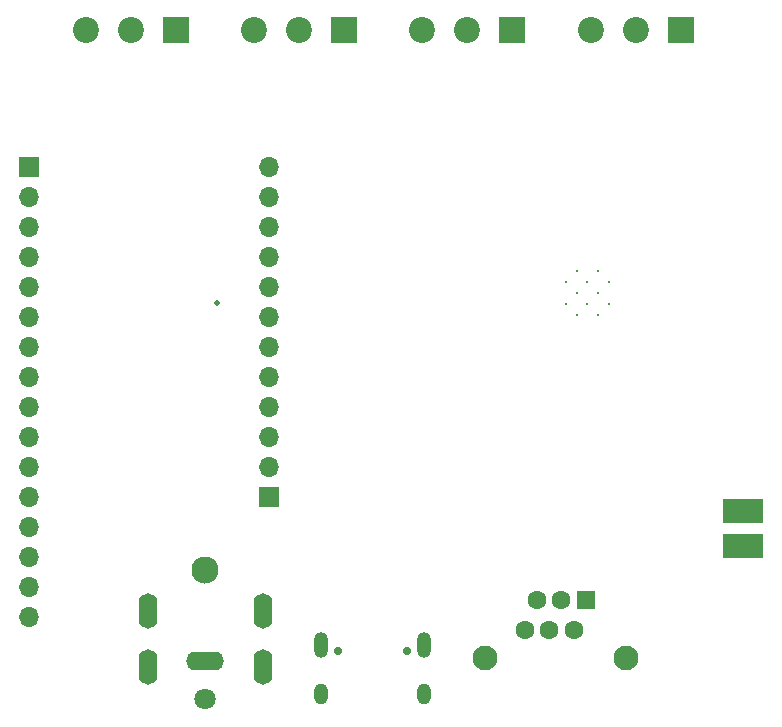
<source format=gbr>
%TF.GenerationSoftware,KiCad,Pcbnew,(6.0.0-0)*%
%TF.CreationDate,2022-03-09T17:47:02+01:00*%
%TF.ProjectId,GlowCore,476c6f77-436f-4726-952e-6b696361645f,rev?*%
%TF.SameCoordinates,Original*%
%TF.FileFunction,Soldermask,Bot*%
%TF.FilePolarity,Negative*%
%FSLAX46Y46*%
G04 Gerber Fmt 4.6, Leading zero omitted, Abs format (unit mm)*
G04 Created by KiCad (PCBNEW (6.0.0-0)) date 2022-03-09 17:47:02*
%MOMM*%
%LPD*%
G01*
G04 APERTURE LIST*
%ADD10R,2.200000X2.200000*%
%ADD11C,2.200000*%
%ADD12C,0.500000*%
%ADD13C,0.700000*%
%ADD14O,1.200000X1.800000*%
%ADD15O,1.200000X2.200000*%
%ADD16C,1.800000*%
%ADD17O,1.600000X3.000000*%
%ADD18O,3.200000X1.600000*%
%ADD19C,2.300000*%
%ADD20C,2.100000*%
%ADD21R,1.600000X1.600000*%
%ADD22C,1.600000*%
%ADD23C,0.300000*%
%ADD24R,3.500000X2.000000*%
%ADD25R,1.700000X1.700000*%
%ADD26O,1.700000X1.700000*%
G04 APERTURE END LIST*
D10*
%TO.C,P1*%
X104338608Y-55487450D03*
D11*
X100528600Y-55487450D03*
X96718592Y-55487450D03*
%TD*%
D10*
%TO.C,P2*%
X118572608Y-55487450D03*
D11*
X114762600Y-55487450D03*
X110952592Y-55487450D03*
%TD*%
D10*
%TO.C,P4*%
X147040608Y-55487450D03*
D11*
X143230600Y-55487450D03*
X139420592Y-55487450D03*
%TD*%
D10*
%TO.C,P3*%
X132806608Y-55487450D03*
D11*
X128996600Y-55487450D03*
X125186592Y-55487450D03*
%TD*%
D12*
%TO.C,MK1*%
X107823000Y-78587600D03*
%TD*%
D13*
%TO.C,USB1*%
X123844800Y-108062100D03*
X118064800Y-108062100D03*
D14*
X116634800Y-111742100D03*
X125274800Y-111742100D03*
D15*
X125274800Y-107562100D03*
X116634800Y-107562100D03*
%TD*%
D16*
%TO.C,J1*%
X106798800Y-112137100D03*
D17*
X111648800Y-104687100D03*
X101948800Y-104687100D03*
X111648800Y-109387100D03*
X101948800Y-109387100D03*
D18*
X106798800Y-108887100D03*
D19*
X106798800Y-101187100D03*
%TD*%
D20*
%TO.C,RJ1*%
X130450800Y-108638049D03*
X142439600Y-108638049D03*
D21*
X138995251Y-103790120D03*
D22*
X137975185Y-106330125D03*
X136955119Y-103790120D03*
X135935307Y-106330125D03*
X134915241Y-103790120D03*
X133895175Y-106330125D03*
%TD*%
D23*
%TO.C,U2*%
X140988250Y-76839300D03*
X140988250Y-78674300D03*
X140070750Y-75921800D03*
X140070750Y-77756800D03*
X140070750Y-79591800D03*
X139153250Y-76839300D03*
X139153250Y-78674300D03*
X138235750Y-75921800D03*
X138235750Y-77756800D03*
X138235750Y-79591800D03*
X137318250Y-76839300D03*
X137318250Y-78674300D03*
%TD*%
D24*
%TO.C,U8*%
X152349200Y-99212400D03*
X152349200Y-96207300D03*
%TD*%
D25*
%TO.C,JP2*%
X91846400Y-67081400D03*
D26*
X91846400Y-69621400D03*
X91846400Y-72161400D03*
X91846400Y-74701400D03*
X91846400Y-77241400D03*
X91846400Y-79781400D03*
X91846400Y-82321400D03*
X91846400Y-84861400D03*
X91846400Y-87401400D03*
X91846400Y-89941400D03*
X91846400Y-92481400D03*
X91846400Y-95021400D03*
X91846400Y-97561400D03*
X91846400Y-100101400D03*
X91846400Y-102641400D03*
X91846400Y-105181400D03*
%TD*%
D25*
%TO.C,JP1*%
X112166400Y-95021400D03*
D26*
X112166400Y-92481400D03*
X112166400Y-89941400D03*
X112166400Y-87401400D03*
X112166400Y-84861400D03*
X112166400Y-82321400D03*
X112166400Y-79781400D03*
X112166400Y-77241400D03*
X112166400Y-74701400D03*
X112166400Y-72161400D03*
X112166400Y-69621400D03*
X112166400Y-67081400D03*
%TD*%
M02*

</source>
